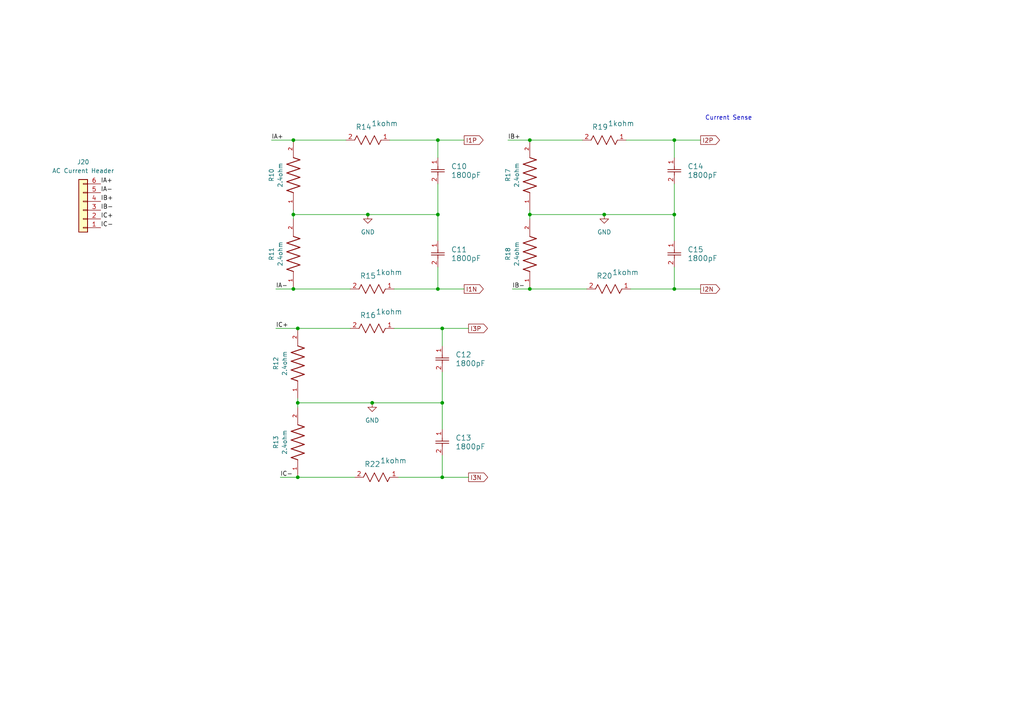
<source format=kicad_sch>
(kicad_sch (version 20231120) (generator "eeschema") (generator_version "8.0")
  (paper "A4")
  (title_block (title "AC Current Sense"))
  (lib_symbols
    (symbol "2024-04-10_04-58-52:RC0805FR-071KL" (pin_names (offset 0.254))
      (property "Reference" "R" (at 5.715 3.81 0))
      (property "Value" "RC0805FR-071KL" (at 6.35 -3.81 0))
      (symbol "RC0805FR-071KL_1_1"
        (polyline (pts (xy 2.54 0) (xy 3.175 1.27)) (stroke (width 0.2032)))
        (polyline (pts (xy 3.175 1.27) (xy 4.445 -1.27)) (stroke (width 0.2032)))
        (polyline (pts (xy 4.445 -1.27) (xy 5.715 1.27)) (stroke (width 0.2032)))
        (polyline (pts (xy 5.715 1.27) (xy 6.985 -1.27)) (stroke (width 0.2032)))
        (polyline (pts (xy 6.985 -1.27) (xy 8.255 1.27)) (stroke (width 0.2032)))
        (polyline (pts (xy 8.255 1.27) (xy 9.525 -1.27)) (stroke (width 0.2032)))
        (polyline (pts (xy 9.525 -1.27) (xy 10.16 0)) (stroke (width 0.2032)))
        (pin unspecified line (at 12.7 0 180) (length 2.54) (name "") (number "1"))
        (pin unspecified line (at 0 0 0) (length 2.54) (name "") (number "2"))
      )
      (symbol "RC0805FR-071KL_1_2"
        (polyline (pts (xy -1.27 3.175) (xy 1.27 4.445)) (stroke (width 0.2032)))
        (polyline (pts (xy -1.27 5.715) (xy 1.27 6.985)) (stroke (width 0.2032)))
        (polyline (pts (xy -1.27 8.255) (xy 1.27 9.525)) (stroke (width 0.2032)))
        (polyline (pts (xy 0 2.54) (xy -1.27 3.175)) (stroke (width 0.2032)))
        (polyline (pts (xy 1.27 4.445) (xy -1.27 5.715)) (stroke (width 0.2032)))
        (polyline (pts (xy 1.27 6.985) (xy -1.27 8.255)) (stroke (width 0.2032)))
        (polyline (pts (xy 1.27 9.525) (xy 0 10.16)) (stroke (width 0.2032)))
        (pin unspecified line (at 0 12.7 270) (length 2.54) (name "") (number "1"))
        (pin unspecified line (at 0 0 90) (length 2.54) (name "") (number "2"))
      )
    )
    (symbol "2024-04-10_05-09-13:C0805C182G1HACTU" (pin_names (offset 0.254))
      (property "Reference" "C" (at 3.81 3.81 0))
      (property "Value" "C0805C182G1HACTU" (at 3.81 -3.81 0))
      (symbol "C0805C182G1HACTU_1_1"
        (polyline (pts (xy 2.54 0) (xy 3.4798 0)) (stroke (width 0.2032)))
        (polyline (pts (xy 3.4798 -1.905) (xy 3.4798 1.905)) (stroke (width 0.2032)))
        (polyline (pts (xy 4.1148 -1.905) (xy 4.1148 1.905)) (stroke (width 0.2032)))
        (polyline (pts (xy 4.1148 0) (xy 5.08 0)) (stroke (width 0.2032)))
        (pin unspecified line (at 0 0 0) (length 2.54) (name "") (number "1"))
        (pin unspecified line (at 7.62 0 180) (length 2.54) (name "") (number "2"))
      )
      (symbol "C0805C182G1HACTU_1_2"
        (polyline (pts (xy -1.905 -4.1148) (xy 1.905 -4.1148)) (stroke (width 0.2032)))
        (polyline (pts (xy -1.905 -3.4798) (xy 1.905 -3.4798)) (stroke (width 0.2032)))
        (polyline (pts (xy 0 -4.1148) (xy 0 -5.08)) (stroke (width 0.2032)))
        (polyline (pts (xy 0 -2.54) (xy 0 -3.4798)) (stroke (width 0.2032)))
        (pin unspecified line (at 0 0 270) (length 2.54) (name "") (number "1"))
        (pin unspecified line (at 0 -7.62 90) (length 2.54) (name "") (number "2"))
      )
    )
    (symbol "Connector_Generic:Conn_01x06" (pin_names (offset 1.016) hide)
      (property "Reference" "J" (at 0 7.62 0))
      (property "Value" "Conn_01x06" (at 0 -10.16 0))
      (symbol "Conn_01x06_1_1"
        (rectangle (start -1.27 -7.493) (end 0 -7.747) (stroke (width 0.1524)))
        (rectangle (start -1.27 -4.953) (end 0 -5.207) (stroke (width 0.1524)))
        (rectangle (start -1.27 -2.413) (end 0 -2.667) (stroke (width 0.1524)))
        (rectangle (start -1.27 0.127) (end 0 -0.127) (stroke (width 0.1524)))
        (rectangle (start -1.27 2.667) (end 0 2.413) (stroke (width 0.1524)))
        (rectangle (start -1.27 5.207) (end 0 4.953) (stroke (width 0.1524)))
        (rectangle (start -1.27 6.35) (end 1.27 -8.89) (stroke (width 0.254)) (fill (type background)))
        (pin passive line (at -5.08 5.08 0) (length 3.81) (name "Pin_1") (number "1"))
        (pin passive line (at -5.08 2.54 0) (length 3.81) (name "Pin_2") (number "2"))
        (pin passive line (at -5.08 0 0) (length 3.81) (name "Pin_3") (number "3"))
        (pin passive line (at -5.08 -2.54 0) (length 3.81) (name "Pin_4") (number "4"))
        (pin passive line (at -5.08 -5.08 0) (length 3.81) (name "Pin_5") (number "5"))
        (pin passive line (at -5.08 -7.62 0) (length 3.81) (name "Pin_6") (number "6"))
      )
    )
    (symbol "RC0805FR-072R4L:RC0805FR-072R4L" (pin_names (offset 1.016))
      (property "Reference" "R" (at -7.6244 2.5415 0))
      (property "Value" "RC0805FR-072R4L" (at -7.63 -5.0866 0))
      (symbol "RC0805FR-072R4L_0_0"
        (polyline (pts (xy -5.08 0) (xy -4.445 1.905)) (stroke (width 0.254)))
        (polyline (pts (xy -4.445 1.905) (xy -3.175 -1.905)) (stroke (width 0.254)))
        (polyline (pts (xy -3.175 -1.905) (xy -1.905 1.905)) (stroke (width 0.254)))
        (polyline (pts (xy -1.905 1.905) (xy -0.635 -1.905)) (stroke (width 0.254)))
        (polyline (pts (xy -0.635 -1.905) (xy 0.635 1.905)) (stroke (width 0.254)))
        (polyline (pts (xy 0.635 1.905) (xy 1.905 -1.905)) (stroke (width 0.254)))
        (polyline (pts (xy 1.905 -1.905) (xy 3.175 1.905)) (stroke (width 0.254)))
        (polyline (pts (xy 3.175 1.905) (xy 4.445 -1.905)) (stroke (width 0.254)))
        (polyline (pts (xy 4.445 -1.905) (xy 5.08 0)) (stroke (width 0.254)))
        (pin passive line (at -10.16 0 0) (length 5.08) (name "~") (number "1"))
        (pin passive line (at 10.16 0 180) (length 5.08) (name "~") (number "2"))
      )
    )
    (symbol "power:GND" (power) (pin_numbers hide) (pin_names (offset 0) hide)
      (property "Value" "GND" (at 0 -3.81 0))
      (symbol "GND_0_1"
        (polyline (pts (xy 0 0) (xy 0 -1.27) (xy 1.27 -1.27) (xy 0 -2.54) (xy -1.27 -1.27) (xy 0 -1.27)))
      )
      (symbol "GND_1_1"
        (pin power_in line (at 0 0 270) (length 0) (name "~") (number "1"))
      )
    )
  )
  (junction (at 127 40.64))
  (junction (at 153.67 40.64))
  (junction (at 107.95 116.84))
  (junction (at 86.36 95.25))
  (junction (at 127 62.23))
  (junction (at 128.27 138.43))
  (junction (at 195.58 83.82))
  (junction (at 195.58 40.64))
  (junction (at 153.67 62.23))
  (junction (at 153.67 83.82))
  (junction (at 106.68 62.23))
  (junction (at 195.58 62.23))
  (junction (at 85.09 83.82))
  (junction (at 85.09 62.23))
  (junction (at 86.36 138.43))
  (junction (at 128.27 116.84))
  (junction (at 128.27 95.25))
  (junction (at 127 83.82))
  (junction (at 175.26 62.23))
  (junction (at 85.09 40.64))
  (junction (at 86.36 116.84))
  (wire (pts (xy 195.58 53.34) (xy 195.58 62.23)))
  (wire (pts (xy 153.67 62.23) (xy 153.67 63.5)))
  (wire (pts (xy 128.27 95.25) (xy 128.27 100.33)))
  (wire (pts (xy 195.58 62.23) (xy 175.26 62.23)))
  (wire (pts (xy 153.67 83.82) (xy 170.18 83.82)))
  (wire (pts (xy 86.36 138.43) (xy 102.87 138.43)))
  (wire (pts (xy 114.3 83.82) (xy 127 83.82)))
  (wire (pts (xy 85.09 62.23) (xy 85.09 63.5)))
  (wire (pts (xy 128.27 116.84) (xy 107.95 116.84)))
  (wire (pts (xy 195.58 69.85) (xy 195.58 62.23)))
  (wire (pts (xy 153.67 40.64) (xy 168.91 40.64)))
  (wire (pts (xy 86.36 115.57) (xy 86.36 116.84)))
  (wire (pts (xy 85.09 83.82) (xy 101.6 83.82)))
  (wire (pts (xy 127 83.82) (xy 134.62 83.82)))
  (wire (pts (xy 115.57 138.43) (xy 128.27 138.43)))
  (wire (pts (xy 127 83.82) (xy 127 77.47)))
  (wire (pts (xy 128.27 138.43) (xy 128.27 132.08)))
  (wire (pts (xy 85.09 60.96) (xy 85.09 62.23)))
  (wire (pts (xy 147.32 40.64) (xy 153.67 40.64)))
  (wire (pts (xy 127 40.64) (xy 134.62 40.64)))
  (wire (pts (xy 195.58 40.64) (xy 203.2 40.64)))
  (wire (pts (xy 78.74 40.64) (xy 85.09 40.64)))
  (wire (pts (xy 182.88 83.82) (xy 195.58 83.82)))
  (wire (pts (xy 128.27 107.95) (xy 128.27 116.84)))
  (wire (pts (xy 86.36 95.25) (xy 101.6 95.25)))
  (wire (pts (xy 127 40.64) (xy 127 45.72)))
  (wire (pts (xy 195.58 83.82) (xy 195.58 77.47)))
  (wire (pts (xy 106.68 62.23) (xy 85.09 62.23)))
  (wire (pts (xy 128.27 124.46) (xy 128.27 116.84)))
  (wire (pts (xy 80.01 95.25) (xy 86.36 95.25)))
  (wire (pts (xy 107.95 116.84) (xy 86.36 116.84)))
  (wire (pts (xy 113.03 40.64) (xy 127 40.64)))
  (wire (pts (xy 127 53.34) (xy 127 62.23)))
  (wire (pts (xy 175.26 62.23) (xy 153.67 62.23)))
  (wire (pts (xy 86.36 116.84) (xy 86.36 118.11)))
  (wire (pts (xy 81.28 138.43) (xy 86.36 138.43)))
  (wire (pts (xy 85.09 40.64) (xy 100.33 40.64)))
  (wire (pts (xy 153.67 60.96) (xy 153.67 62.23)))
  (wire (pts (xy 181.61 40.64) (xy 195.58 40.64)))
  (wire (pts (xy 148.59 83.82) (xy 153.67 83.82)))
  (wire (pts (xy 195.58 83.82) (xy 203.2 83.82)))
  (wire (pts (xy 127 62.23) (xy 106.68 62.23)))
  (wire (pts (xy 127 69.85) (xy 127 62.23)))
  (wire (pts (xy 114.3 95.25) (xy 128.27 95.25)))
  (wire (pts (xy 128.27 138.43) (xy 135.89 138.43)))
  (wire (pts (xy 80.01 83.82) (xy 85.09 83.82)))
  (wire (pts (xy 195.58 40.64) (xy 195.58 45.72)))
  (wire (pts (xy 128.27 95.25) (xy 135.89 95.25)))
  (text "Current Sense" (at 211.328 34.29 0) (effects (font (size 1.27 1.27))))
  (label "IB-" (at 29.21 60.96 0))
  (label "IA+" (at 29.21 53.34 0))
  (label "IA+" (at 78.74 40.64 0))
  (label "IC-" (at 29.21 66.04 0))
  (label "IB-" (at 148.59 83.82 0))
  (label "IC+" (at 80.01 95.25 0))
  (label "IC+" (at 29.21 63.5 0))
  (label "IB+" (at 147.32 40.64 0))
  (label "IB+" (at 29.21 58.42 0))
  (label "IA-" (at 80.01 83.82 0))
  (label "IC-" (at 81.28 138.43 0))
  (label "IA-" (at 29.21 55.88 0))
  (global_label "I3N" (shape output) (at 135.89 138.43 0) (property "Intersheetrefs" "${INTERSHEET_REFS}" (effects (hide yes))))
  (global_label "I2N" (shape output) (at 203.2 83.82 0) (property "Intersheetrefs" "${INTERSHEET_REFS}" (effects (hide yes))))
  (global_label "I2P" (shape output) (at 203.2 40.64 0) (property "Intersheetrefs" "${INTERSHEET_REFS}" (effects (hide yes))))
  (global_label "I1P" (shape output) (at 134.62 40.64 0) (property "Intersheetrefs" "${INTERSHEET_REFS}" (effects (hide yes))))
  (global_label "I1N" (shape output) (at 134.62 83.82 0) (property "Intersheetrefs" "${INTERSHEET_REFS}" (effects (hide yes))))
  (global_label "I3P" (shape output) (at 135.89 95.25 0) (property "Intersheetrefs" "${INTERSHEET_REFS}" (effects (hide yes))))
  (symbol (lib_id "2024-04-10_05-09-13:C0805C182G1HACTU") (at 127 45.72 270) (unit 1)
    (property "Reference" "C10" (at 130.81 48.2599 90) (effects (font (size 1.524 1.524)) (justify left)))
    (property "Value" "1800pF" (at 130.81 50.7999 90) (effects (font (size 1.524 1.524)) (justify left)))
    (property "Footprint" "Capacitor_SMD:C_0805_2012Metric_Pad1.18x1.45mm_HandSolder" (effects (hide yes)))
    (property "Datasheet" "C0805C182G1HACTU" (effects (hide yes)))
  )
  (symbol (lib_id "power:GND") (at 175.26 62.23 0) (unit 1)
    (property "Reference" "#PWR017" (effects (hide yes)))
    (property "Value" "GND" (at 175.26 67.31 0))
    (property "Description" "Power symbol creates a global label with name \"GND\" , ground" (effects (hide yes)))
  )
  (symbol (lib_id "2024-04-10_05-09-13:C0805C182G1HACTU") (at 195.58 45.72 270) (unit 1)
    (property "Reference" "C14" (at 199.39 48.2599 90) (effects (font (size 1.524 1.524)) (justify left)))
    (property "Value" "1800pF" (at 199.39 50.7999 90) (effects (font (size 1.524 1.524)) (justify left)))
    (property "Footprint" "Capacitor_SMD:C_0805_2012Metric_Pad1.18x1.45mm_HandSolder" (effects (hide yes)))
    (property "Datasheet" "C0805C182G1HACTU" (effects (hide yes)))
  )
  (symbol (lib_id "2024-04-10_05-09-13:C0805C182G1HACTU") (at 127 69.85 270) (unit 1)
    (property "Reference" "C11" (at 130.81 72.3899 90) (effects (font (size 1.524 1.524)) (justify left)))
    (property "Value" "1800pF" (at 130.81 74.9299 90) (effects (font (size 1.524 1.524)) (justify left)))
    (property "Footprint" "Capacitor_SMD:C_0805_2012Metric_Pad1.18x1.45mm_HandSolder" (effects (hide yes)))
    (property "Datasheet" "C0805C182G1HACTU" (effects (hide yes)))
  )
  (symbol (lib_id "2024-04-10_05-09-13:C0805C182G1HACTU") (at 195.58 69.85 270) (unit 1)
    (property "Reference" "C15" (at 199.39 72.3899 90) (effects (font (size 1.524 1.524)) (justify left)))
    (property "Value" "1800pF" (at 199.39 74.9299 90) (effects (font (size 1.524 1.524)) (justify left)))
    (property "Footprint" "Capacitor_SMD:C_0805_2012Metric_Pad1.18x1.45mm_HandSolder" (effects (hide yes)))
    (property "Datasheet" "C0805C182G1HACTU" (effects (hide yes)))
  )
  (symbol (lib_id "RC0805FR-072R4L:RC0805FR-072R4L") (at 85.09 73.66 90) (unit 1)
    (property "Reference" "R11" (at 78.74 73.66 0))
    (property "Value" "2.4ohm" (at 81.28 73.66 0))
    (property "Footprint" "Resistor_SMD:R_0805_2012Metric_Pad1.20x1.40mm_HandSolder" (effects (hide yes)))
  )
  (symbol (lib_id "2024-04-10_04-58-52:RC0805FR-071KL") (at 102.87 138.43 0) (unit 1)
    (property "Reference" "R22" (at 105.664 134.62 0) (effects (font (size 1.524 1.524)) (justify left)))
    (property "Value" "1kohm" (at 110.236 133.604 0) (effects (font (size 1.524 1.524)) (justify left)))
    (property "Footprint" "Resistor_SMD:R_0805_2012Metric_Pad1.20x1.40mm_HandSolder" (effects (hide yes)))
    (property "Datasheet" "RC0805FR-071KL" (effects (hide yes)))
  )
  (symbol (lib_id "2024-04-10_04-58-52:RC0805FR-071KL") (at 101.6 95.25 0) (unit 1)
    (property "Reference" "R16" (at 104.394 91.44 0) (effects (font (size 1.524 1.524)) (justify left)))
    (property "Value" "1kohm" (at 108.966 90.424 0) (effects (font (size 1.524 1.524)) (justify left)))
    (property "Footprint" "Resistor_SMD:R_0805_2012Metric_Pad1.20x1.40mm_HandSolder" (effects (hide yes)))
    (property "Datasheet" "RC0805FR-071KL" (effects (hide yes)))
  )
  (symbol (lib_id "2024-04-10_04-58-52:RC0805FR-071KL") (at 100.33 40.64 0) (unit 1)
    (property "Reference" "R14" (at 103.124 36.83 0) (effects (font (size 1.524 1.524)) (justify left)))
    (property "Value" "1kohm" (at 107.696 35.814 0) (effects (font (size 1.524 1.524)) (justify left)))
    (property "Footprint" "Resistor_SMD:R_0805_2012Metric_Pad1.20x1.40mm_HandSolder" (effects (hide yes)))
    (property "Datasheet" "RC0805FR-071KL" (effects (hide yes)))
  )
  (symbol (lib_id "2024-04-10_04-58-52:RC0805FR-071KL") (at 168.91 40.64 0) (unit 1)
    (property "Reference" "R19" (at 171.704 36.83 0) (effects (font (size 1.524 1.524)) (justify left)))
    (property "Value" "1kohm" (at 176.276 35.814 0) (effects (font (size 1.524 1.524)) (justify left)))
    (property "Footprint" "Resistor_SMD:R_0805_2012Metric_Pad1.20x1.40mm_HandSolder" (effects (hide yes)))
    (property "Datasheet" "RC0805FR-071KL" (effects (hide yes)))
  )
  (symbol (lib_id "Connector_Generic:Conn_01x06") (at 24.13 60.96 180) (unit 1)
    (property "Reference" "J20" (at 24.13 46.99 0))
    (property "Value" "AC Current Header" (at 24.13 49.53 0))
    (property "Footprint" "Connector_PinHeader_2.54mm:PinHeader_1x06_P2.54mm_Vertical" (effects (hide yes)))
    (property "Description" "Generic connector, single row, 01x06, script generated (kicad-library-utils/schlib/autogen/connector/)" (effects (hide yes)))
  )
  (symbol (lib_id "RC0805FR-072R4L:RC0805FR-072R4L") (at 86.36 105.41 90) (unit 1)
    (property "Reference" "R12" (at 80.01 105.41 0))
    (property "Value" "2.4ohm" (at 82.55 105.41 0))
    (property "Footprint" "Resistor_SMD:R_0805_2012Metric_Pad1.20x1.40mm_HandSolder" (effects (hide yes)))
  )
  (symbol (lib_id "RC0805FR-072R4L:RC0805FR-072R4L") (at 85.09 50.8 90) (unit 1)
    (property "Reference" "R10" (at 78.74 50.8 0))
    (property "Value" "2.4ohm" (at 81.28 50.8 0))
    (property "Footprint" "Resistor_SMD:R_0805_2012Metric_Pad1.20x1.40mm_HandSolder" (effects (hide yes)))
  )
  (symbol (lib_id "power:GND") (at 107.95 116.84 0) (unit 1)
    (property "Reference" "#PWR016" (effects (hide yes)))
    (property "Value" "GND" (at 107.95 121.92 0))
    (property "Description" "Power symbol creates a global label with name \"GND\" , ground" (effects (hide yes)))
  )
  (symbol (lib_id "2024-04-10_05-09-13:C0805C182G1HACTU") (at 128.27 100.33 270) (unit 1)
    (property "Reference" "C12" (at 132.08 102.8699 90) (effects (font (size 1.524 1.524)) (justify left)))
    (property "Value" "1800pF" (at 132.08 105.4099 90) (effects (font (size 1.524 1.524)) (justify left)))
    (property "Footprint" "Capacitor_SMD:C_0805_2012Metric_Pad1.18x1.45mm_HandSolder" (effects (hide yes)))
    (property "Datasheet" "C0805C182G1HACTU" (effects (hide yes)))
  )
  (symbol (lib_id "power:GND") (at 106.68 62.23 0) (unit 1)
    (property "Reference" "#PWR015" (effects (hide yes)))
    (property "Value" "GND" (at 106.68 67.31 0))
    (property "Description" "Power symbol creates a global label with name \"GND\" , ground" (effects (hide yes)))
  )
  (symbol (lib_id "2024-04-10_04-58-52:RC0805FR-071KL") (at 101.6 83.82 0) (unit 1)
    (property "Reference" "R15" (at 104.394 80.01 0) (effects (font (size 1.524 1.524)) (justify left)))
    (property "Value" "1kohm" (at 108.966 78.994 0) (effects (font (size 1.524 1.524)) (justify left)))
    (property "Footprint" "Resistor_SMD:R_0805_2012Metric_Pad1.20x1.40mm_HandSolder" (effects (hide yes)))
    (property "Datasheet" "RC0805FR-071KL" (effects (hide yes)))
  )
  (symbol (lib_id "RC0805FR-072R4L:RC0805FR-072R4L") (at 153.67 50.8 90) (unit 1)
    (property "Reference" "R17" (at 147.32 50.8 0))
    (property "Value" "2.4ohm" (at 149.86 50.8 0))
    (property "Footprint" "Resistor_SMD:R_0805_2012Metric_Pad1.20x1.40mm_HandSolder" (effects (hide yes)))
  )
  (symbol (lib_id "2024-04-10_04-58-52:RC0805FR-071KL") (at 170.18 83.82 0) (unit 1)
    (property "Reference" "R20" (at 172.974 80.01 0) (effects (font (size 1.524 1.524)) (justify left)))
    (property "Value" "1kohm" (at 177.546 78.994 0) (effects (font (size 1.524 1.524)) (justify left)))
    (property "Footprint" "Resistor_SMD:R_0805_2012Metric_Pad1.20x1.40mm_HandSolder" (effects (hide yes)))
    (property "Datasheet" "RC0805FR-071KL" (effects (hide yes)))
  )
  (symbol (lib_id "RC0805FR-072R4L:RC0805FR-072R4L") (at 86.36 128.27 90) (unit 1)
    (property "Reference" "R13" (at 80.01 128.27 0))
    (property "Value" "2.4ohm" (at 82.55 128.27 0))
    (property "Footprint" "Resistor_SMD:R_0805_2012Metric_Pad1.20x1.40mm_HandSolder" (effects (hide yes)))
  )
  (symbol (lib_id "RC0805FR-072R4L:RC0805FR-072R4L") (at 153.67 73.66 90) (unit 1)
    (property "Reference" "R18" (at 147.32 73.66 0))
    (property "Value" "2.4ohm" (at 149.86 73.66 0))
    (property "Footprint" "Resistor_SMD:R_0805_2012Metric_Pad1.20x1.40mm_HandSolder" (effects (hide yes)))
  )
  (symbol (lib_id "2024-04-10_05-09-13:C0805C182G1HACTU") (at 128.27 124.46 270) (unit 1)
    (property "Reference" "C13" (at 132.08 126.9999 90) (effects (font (size 1.524 1.524)) (justify left)))
    (property "Value" "1800pF" (at 132.08 129.5399 90) (effects (font (size 1.524 1.524)) (justify left)))
    (property "Footprint" "Capacitor_SMD:C_0805_2012Metric_Pad1.18x1.45mm_HandSolder" (effects (hide yes)))
    (property "Datasheet" "C0805C182G1HACTU" (effects (hide yes)))
  )
)
</source>
